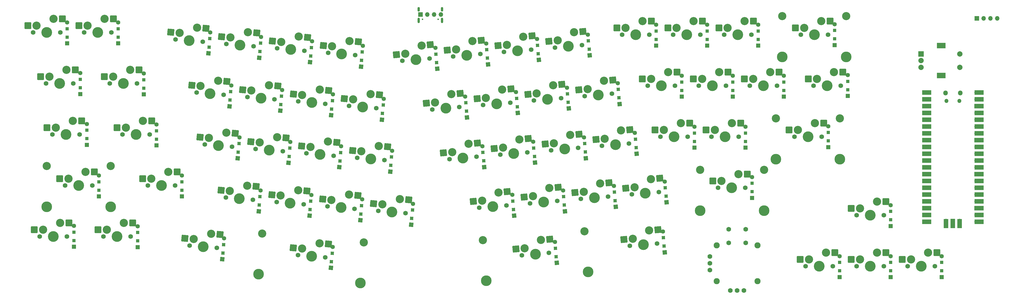
<source format=gbr>
%TF.GenerationSoftware,KiCad,Pcbnew,7.0.6*%
%TF.CreationDate,2023-09-01T00:55:25-07:00*%
%TF.ProjectId,alicida,616c6963-6964-4612-9e6b-696361645f70,rev?*%
%TF.SameCoordinates,Original*%
%TF.FileFunction,Soldermask,Bot*%
%TF.FilePolarity,Negative*%
%FSLAX46Y46*%
G04 Gerber Fmt 4.6, Leading zero omitted, Abs format (unit mm)*
G04 Created by KiCad (PCBNEW 7.0.6) date 2023-09-01 00:55:25*
%MOMM*%
%LPD*%
G01*
G04 APERTURE LIST*
G04 Aperture macros list*
%AMRoundRect*
0 Rectangle with rounded corners*
0 $1 Rounding radius*
0 $2 $3 $4 $5 $6 $7 $8 $9 X,Y pos of 4 corners*
0 Add a 4 corners polygon primitive as box body*
4,1,4,$2,$3,$4,$5,$6,$7,$8,$9,$2,$3,0*
0 Add four circle primitives for the rounded corners*
1,1,$1+$1,$2,$3*
1,1,$1+$1,$4,$5*
1,1,$1+$1,$6,$7*
1,1,$1+$1,$8,$9*
0 Add four rect primitives between the rounded corners*
20,1,$1+$1,$2,$3,$4,$5,0*
20,1,$1+$1,$4,$5,$6,$7,0*
20,1,$1+$1,$6,$7,$8,$9,0*
20,1,$1+$1,$8,$9,$2,$3,0*%
%AMRotRect*
0 Rectangle, with rotation*
0 The origin of the aperture is its center*
0 $1 length*
0 $2 width*
0 $3 Rotation angle, in degrees counterclockwise*
0 Add horizontal line*
21,1,$1,$2,0,0,$3*%
G04 Aperture macros list end*
%ADD10C,3.048000*%
%ADD11C,3.987800*%
%ADD12C,1.750000*%
%ADD13C,3.050000*%
%ADD14C,4.000000*%
%ADD15RoundRect,0.250000X-0.933944X-1.085529X1.108255X-0.906860X0.933944X1.085529X-1.108255X0.906860X0*%
%ADD16RotRect,1.200000X1.200000X275.000000*%
%ADD17RotRect,1.600000X1.600000X275.000000*%
%ADD18C,1.600000*%
%ADD19RoundRect,0.250000X-1.108255X-0.906860X0.933944X-1.085529X1.108255X0.906860X-0.933944X1.085529X0*%
%ADD20RotRect,1.200000X1.200000X265.000000*%
%ADD21RotRect,1.600000X1.600000X265.000000*%
%ADD22RoundRect,0.250000X-1.025000X-1.000000X1.025000X-1.000000X1.025000X1.000000X-1.025000X1.000000X0*%
%ADD23R,1.200000X1.200000*%
%ADD24R,1.600000X1.600000*%
%ADD25R,1.700000X1.700000*%
%ADD26O,1.700000X1.700000*%
%ADD27C,1.778000*%
%ADD28C,2.286000*%
%ADD29C,0.600000*%
%ADD30O,0.900000X2.000000*%
%ADD31O,0.900000X1.700000*%
%ADD32R,2.000000X2.000000*%
%ADD33C,2.000000*%
%ADD34R,3.200000X2.000000*%
%ADD35O,1.800000X1.800000*%
%ADD36O,1.500000X1.500000*%
%ADD37R,3.500000X1.700000*%
%ADD38R,1.700000X3.500000*%
%ADD39RotRect,1.600000X1.600000X95.000000*%
%ADD40RotRect,1.200000X1.200000X95.000000*%
%ADD41RotRect,1.600000X1.600000X85.000000*%
%ADD42RotRect,1.200000X1.200000X85.000000*%
G04 APERTURE END LIST*
D10*
%TO.C,REF\u002A\u002A*%
X125647141Y-189268548D03*
D11*
X124321502Y-204420669D03*
D10*
X163602159Y-192589182D03*
D11*
X162276520Y-207741303D03*
%TD*%
D12*
%TO.C,K_DOT*%
X263613879Y-174683002D03*
D13*
X264657671Y-172041980D03*
D14*
X268674548Y-174240251D03*
D13*
X270762131Y-168958206D03*
D12*
X273735217Y-173797500D03*
D15*
X261395133Y-172327415D03*
D16*
X276397715Y-175316227D03*
D17*
X276600352Y-177632380D03*
D15*
X274051566Y-168670418D03*
D18*
X275920537Y-169862061D03*
D16*
X276123174Y-172178214D03*
%TD*%
D12*
%TO.C,K_I*%
X227082604Y-139633539D03*
D13*
X228126396Y-136992517D03*
D14*
X232143273Y-139190788D03*
D13*
X234230856Y-133908743D03*
D12*
X237203942Y-138748037D03*
D15*
X224863858Y-137277952D03*
D16*
X239866440Y-140266764D03*
D17*
X240069077Y-142582917D03*
D15*
X237520291Y-133620955D03*
D18*
X239389262Y-134812598D03*
D16*
X239591899Y-137128751D03*
%TD*%
D12*
%TO.C,K_S*%
X104223869Y-156014847D03*
D13*
X105710412Y-153595200D03*
D14*
X109284538Y-156457598D03*
D13*
X112257624Y-151618304D03*
D12*
X114345207Y-156900349D03*
D19*
X102447874Y-153309765D03*
D20*
X116703531Y-158858341D03*
D21*
X116500894Y-161174494D03*
D19*
X115547059Y-151906093D03*
D18*
X117180709Y-153404175D03*
D20*
X116978072Y-155720328D03*
%TD*%
D12*
%TO.C,REF\u002A\u002A*%
X222578167Y-197406018D03*
D13*
X223621959Y-194764996D03*
D14*
X227638836Y-196963267D03*
D13*
X229726419Y-191681222D03*
D12*
X232699505Y-196520516D03*
D15*
X220359421Y-195050431D03*
X233015854Y-191393434D03*
%TD*%
D12*
%TO.C,K_`*%
X40145925Y-114223103D03*
D13*
X41415925Y-111683103D03*
D14*
X45225925Y-114223103D03*
D13*
X47765925Y-109143103D03*
D12*
X50305925Y-114223103D03*
D22*
X38140925Y-111683103D03*
D23*
X52825925Y-115968103D03*
D24*
X52825925Y-118293103D03*
D22*
X51067925Y-109143103D03*
D18*
X52825925Y-110493103D03*
D23*
X52825925Y-112818103D03*
%TD*%
D12*
%TO.C,K_CBRAC*%
X288609125Y-134102709D03*
D13*
X289879125Y-131562709D03*
D14*
X293689125Y-134102709D03*
D13*
X296229125Y-129022709D03*
D12*
X298769125Y-134102709D03*
D22*
X286604125Y-131562709D03*
D23*
X301289125Y-135847709D03*
D24*
X301289125Y-138172709D03*
D22*
X299531125Y-129022709D03*
D18*
X301289125Y-130372709D03*
D23*
X301289125Y-132697709D03*
%TD*%
D12*
%TO.C,K_V*%
X150007324Y-179143148D03*
D13*
X151493867Y-176723501D03*
D14*
X155067993Y-179585899D03*
D13*
X158041079Y-174746605D03*
D12*
X160128662Y-180028650D03*
D19*
X148231329Y-176438066D03*
D20*
X162486986Y-181986642D03*
D21*
X162284349Y-184302795D03*
D19*
X161330514Y-175034394D03*
D18*
X162964164Y-176532476D03*
D20*
X162761527Y-178848629D03*
%TD*%
D12*
%TO.C,K_UP*%
X347541625Y-182412709D03*
D13*
X348811625Y-179872709D03*
D14*
X352621625Y-182412709D03*
D13*
X355161625Y-177332709D03*
D12*
X357701625Y-182412709D03*
D22*
X345536625Y-179872709D03*
D23*
X360221625Y-184157709D03*
D24*
X360221625Y-186482709D03*
D22*
X358463625Y-177332709D03*
D18*
X360221625Y-178682709D03*
D23*
X360221625Y-181007709D03*
%TD*%
D12*
%TO.C,K_Z*%
X83008425Y-171373103D03*
D13*
X84278425Y-168833103D03*
D14*
X88088425Y-171373103D03*
D13*
X90628425Y-166293103D03*
D12*
X93168425Y-171373103D03*
D22*
X81003425Y-168833103D03*
D23*
X95688425Y-173118103D03*
D24*
X95688425Y-175443103D03*
D22*
X93930425Y-166293103D03*
D18*
X95688425Y-167643103D03*
D23*
X95688425Y-169968103D03*
%TD*%
D12*
%TO.C,K_H*%
X195532279Y-161516602D03*
D13*
X196576071Y-158875580D03*
D14*
X200592948Y-161073851D03*
D13*
X202680531Y-155791806D03*
D12*
X205653617Y-160631100D03*
D15*
X193313533Y-159161015D03*
D16*
X208316115Y-162149827D03*
D17*
X208518752Y-164465980D03*
D15*
X205969966Y-155504018D03*
D18*
X207838937Y-156695661D03*
D16*
X208041574Y-159011814D03*
%TD*%
D12*
%TO.C,K_9*%
X234911042Y-119825871D03*
D13*
X235954834Y-117184849D03*
D14*
X239971711Y-119383120D03*
D13*
X242059294Y-114101075D03*
D12*
X245032380Y-118940369D03*
D15*
X232692296Y-117470284D03*
D16*
X247694878Y-120459096D03*
D17*
X247897515Y-122775249D03*
D15*
X245348729Y-113813287D03*
D18*
X247217700Y-115004930D03*
D16*
X247420337Y-117321083D03*
%TD*%
D12*
%TO.C,K_DOWN*%
X347541625Y-201462709D03*
D13*
X348811625Y-198922709D03*
D14*
X352621625Y-201462709D03*
D13*
X355161625Y-196382709D03*
D12*
X357701625Y-201462709D03*
D22*
X345536625Y-198922709D03*
D23*
X360221625Y-203207709D03*
D24*
X360221625Y-205532709D03*
D22*
X358463625Y-196382709D03*
D18*
X360221625Y-197732709D03*
D23*
X360221625Y-200057709D03*
%TD*%
D12*
%TO.C,K_L*%
X252464807Y-156535651D03*
D13*
X253508599Y-153894629D03*
D14*
X257525476Y-156092900D03*
D13*
X259613059Y-150810855D03*
D12*
X262586145Y-155650149D03*
D15*
X250246061Y-154180064D03*
D16*
X265248643Y-157168876D03*
D17*
X265451280Y-159485029D03*
D15*
X262902494Y-150523067D03*
D18*
X264771465Y-151714710D03*
D16*
X264974102Y-154030863D03*
%TD*%
D12*
%TO.C,K_Y*%
X189127586Y-142954172D03*
D13*
X190171378Y-140313150D03*
D14*
X194188255Y-142511421D03*
D13*
X196275838Y-137229376D03*
D12*
X199248924Y-142068670D03*
D15*
X186908840Y-140598585D03*
D16*
X201911422Y-143587397D03*
D17*
X202114059Y-145903550D03*
D15*
X199565273Y-136941588D03*
D18*
X201434244Y-138133231D03*
D16*
X201636881Y-140449384D03*
%TD*%
D12*
%TO.C,K_WIN*%
X66359675Y-190423103D03*
D13*
X67629675Y-187883103D03*
D14*
X71439675Y-190423103D03*
D13*
X73979675Y-185343103D03*
D12*
X76519675Y-190423103D03*
D22*
X64354675Y-187883103D03*
X77281675Y-185343103D03*
%TD*%
D12*
%TO.C,K_0*%
X260034125Y-115052709D03*
D13*
X261304125Y-112512709D03*
D14*
X265114125Y-115052709D03*
D13*
X267654125Y-109972709D03*
D12*
X270194125Y-115052709D03*
D22*
X258029125Y-112512709D03*
D23*
X272714125Y-116797709D03*
D24*
X272714125Y-119122709D03*
D22*
X270956125Y-109972709D03*
D18*
X272714125Y-111322709D03*
D23*
X272714125Y-113647709D03*
%TD*%
D10*
%TO.C,REF\u002A\u002A*%
X45187425Y-164083103D03*
D11*
X45187425Y-179293103D03*
D10*
X69063425Y-164083103D03*
D11*
X69063425Y-179293103D03*
%TD*%
D12*
%TO.C,K_LEFT*%
X328491625Y-201462709D03*
D13*
X329761625Y-198922709D03*
D14*
X333571625Y-201462709D03*
D13*
X336111625Y-196382709D03*
D12*
X338651625Y-201462709D03*
D22*
X326486625Y-198922709D03*
D23*
X341171625Y-203207709D03*
D24*
X341171625Y-205532709D03*
D22*
X339413625Y-196382709D03*
D18*
X341171625Y-197732709D03*
D23*
X341171625Y-200057709D03*
%TD*%
D12*
%TO.C,K_1*%
X59195925Y-114223103D03*
D13*
X60465925Y-111683103D03*
D14*
X64275925Y-114223103D03*
D13*
X66815925Y-109143103D03*
D12*
X69355925Y-114223103D03*
D22*
X57190925Y-111683103D03*
D23*
X71875925Y-115968103D03*
D24*
X71875925Y-118293103D03*
D22*
X70117925Y-109143103D03*
D18*
X71875925Y-110493103D03*
D23*
X71875925Y-112818103D03*
%TD*%
D12*
%TO.C,K_F*%
X142178887Y-159335481D03*
D13*
X143665430Y-156915834D03*
D14*
X147239556Y-159778232D03*
D13*
X150212642Y-154938938D03*
D12*
X152300225Y-160220983D03*
D19*
X140402892Y-156630399D03*
D20*
X154658549Y-162178975D03*
D21*
X154455912Y-164495128D03*
D19*
X153502077Y-155226727D03*
D18*
X155135727Y-156724809D03*
D20*
X154933090Y-159040962D03*
%TD*%
D12*
%TO.C,K_D*%
X123201378Y-157675164D03*
D13*
X124687921Y-155255517D03*
D14*
X128262047Y-158117915D03*
D13*
X131235133Y-153278621D03*
D12*
X133322716Y-158560666D03*
D19*
X121425383Y-154970082D03*
D20*
X135681040Y-160518658D03*
D21*
X135478403Y-162834811D03*
D19*
X134524568Y-153566410D03*
D18*
X136158218Y-155064492D03*
D20*
X135955581Y-157380645D03*
%TD*%
D10*
%TO.C,REF\u002A\u002A*%
X317395625Y-146302709D03*
D11*
X317395625Y-161512709D03*
D10*
X341271625Y-146302709D03*
D11*
X341271625Y-161512709D03*
%TD*%
D12*
%TO.C,K_CAPS*%
X47309675Y-152323103D03*
D13*
X48579675Y-149783103D03*
D14*
X52389675Y-152323103D03*
D13*
X54929675Y-147243103D03*
D12*
X57469675Y-152323103D03*
D22*
X45304675Y-149783103D03*
X58231675Y-147243103D03*
%TD*%
D12*
%TO.C,K_G*%
X161156396Y-160995797D03*
D13*
X162642939Y-158576150D03*
D14*
X166217065Y-161438548D03*
D13*
X169190151Y-156599254D03*
D12*
X171277734Y-161881299D03*
D19*
X159380401Y-158290715D03*
D20*
X173636058Y-163839291D03*
D21*
X173433421Y-166155444D03*
D19*
X172479586Y-156887043D03*
D18*
X174113236Y-158385125D03*
D20*
X173910599Y-160701278D03*
%TD*%
D12*
%TO.C,K_U*%
X208105095Y-141293856D03*
D13*
X209148887Y-138652834D03*
D14*
X213165764Y-140851105D03*
D13*
X215253347Y-135569060D03*
D12*
X218226433Y-140408354D03*
D15*
X205886349Y-138938269D03*
D16*
X220888931Y-141927081D03*
D17*
X221091568Y-144243234D03*
D15*
X218542782Y-135281272D03*
D18*
X220411753Y-136472915D03*
D16*
X220614390Y-138789068D03*
%TD*%
D12*
%TO.C,K_A*%
X73483425Y-152323103D03*
D13*
X74753425Y-149783103D03*
D14*
X78563425Y-152323103D03*
D13*
X81103425Y-147243103D03*
D12*
X83643425Y-152323103D03*
D22*
X71478425Y-149783103D03*
D23*
X86163425Y-154068103D03*
D24*
X86163425Y-156393103D03*
D22*
X84405425Y-147243103D03*
D18*
X86163425Y-148593103D03*
D23*
X86163425Y-150918103D03*
%TD*%
D25*
%TO.C,REF\u002A\u002A*%
X184767347Y-107533966D03*
D26*
X187307347Y-107533966D03*
X189847347Y-107533966D03*
X192387347Y-107533966D03*
%TD*%
D12*
%TO.C,K_MINUS*%
X279084125Y-115052709D03*
D13*
X280354125Y-112512709D03*
D14*
X284164125Y-115052709D03*
D13*
X286704125Y-109972709D03*
D12*
X289244125Y-115052709D03*
D22*
X277079125Y-112512709D03*
D23*
X291764125Y-116797709D03*
D24*
X291764125Y-119122709D03*
D22*
X290006125Y-109972709D03*
D18*
X291764125Y-111322709D03*
D23*
X291764125Y-113647709D03*
%TD*%
D12*
%TO.C,REF\u002A\u002A*%
X139039935Y-197336508D03*
D13*
X140526478Y-194916861D03*
D14*
X144100604Y-197779259D03*
D13*
X147073690Y-192939966D03*
D12*
X149161273Y-198222010D03*
D19*
X137263940Y-194631426D03*
X150363125Y-193227754D03*
%TD*%
D27*
%TO.C,REF\u002A\u002A*%
X299796625Y-187682709D03*
X306146625Y-187682709D03*
X299796625Y-192762709D03*
X306146625Y-192762709D03*
X300431625Y-210542709D03*
X302971625Y-210542709D03*
X305511625Y-210542709D03*
D28*
X295351625Y-193715209D03*
X295351625Y-207050209D03*
X310591625Y-207050209D03*
X310591625Y-193715209D03*
D27*
X292811625Y-197842709D03*
X292811625Y-200382709D03*
X292811625Y-202922709D03*
%TD*%
D12*
%TO.C,K_P*%
X269559125Y-134102709D03*
D13*
X270829125Y-131562709D03*
D14*
X274639125Y-134102709D03*
D13*
X277179125Y-129022709D03*
D12*
X279719125Y-134102709D03*
D22*
X267554125Y-131562709D03*
D23*
X282239125Y-135847709D03*
D24*
X282239125Y-138172709D03*
D22*
X280481125Y-129022709D03*
D18*
X282239125Y-130372709D03*
D23*
X282239125Y-132697709D03*
%TD*%
D10*
%TO.C,REF\u002A\u002A*%
X289105625Y-165502709D03*
D11*
X289105625Y-180712709D03*
D10*
X312981625Y-165502709D03*
D11*
X312981625Y-180712709D03*
%TD*%
D10*
%TO.C,REF\u002A\u002A*%
X319743625Y-108107709D03*
D11*
X319743625Y-123317709D03*
D10*
X343619625Y-108107709D03*
D11*
X343619625Y-123317709D03*
%TD*%
D12*
%TO.C,K_SHIFT*%
X52072175Y-171373103D03*
D13*
X53342175Y-168833103D03*
D14*
X57152175Y-171373103D03*
D13*
X59692175Y-166293103D03*
D12*
X62232175Y-171373103D03*
D22*
X50067175Y-168833103D03*
X62994175Y-166293103D03*
%TD*%
D12*
%TO.C,K_ALT1*%
X262921931Y-193866307D03*
D13*
X263965723Y-191225285D03*
D14*
X267982600Y-193423556D03*
D13*
X270070183Y-188141511D03*
D12*
X273043269Y-192980805D03*
D15*
X260703185Y-191510720D03*
X273359618Y-187853723D03*
%TD*%
D12*
%TO.C,K_W*%
X101139809Y-136622259D03*
D13*
X102626352Y-134202612D03*
D14*
X106200478Y-137065010D03*
D13*
X109173564Y-132225716D03*
D12*
X111261147Y-137507761D03*
D19*
X99363814Y-133917177D03*
D20*
X113619471Y-139465753D03*
D21*
X113416834Y-141781906D03*
D19*
X112462999Y-132513505D03*
D18*
X114096649Y-134011587D03*
D20*
X113894012Y-136327740D03*
%TD*%
D12*
%TO.C,K_2*%
X93311371Y-116814592D03*
D13*
X94797914Y-114394945D03*
D14*
X98372040Y-117257343D03*
D13*
X101345126Y-112418049D03*
D12*
X103432709Y-117700094D03*
D19*
X91535376Y-114109510D03*
D20*
X105791033Y-119658086D03*
D21*
X105588396Y-121974239D03*
D19*
X104634561Y-112705838D03*
D18*
X106268211Y-114203920D03*
D20*
X106065574Y-116520073D03*
%TD*%
D12*
%TO.C,K_SHIFT1*%
X295849625Y-172192709D03*
D13*
X297119625Y-169652709D03*
D14*
X300929625Y-172192709D03*
D13*
X303469625Y-167112709D03*
D12*
X306009625Y-172192709D03*
D22*
X293844625Y-169652709D03*
X306771625Y-167112709D03*
%TD*%
D10*
%TO.C,REF\u002A\u002A*%
X207987852Y-191786263D03*
D11*
X209313491Y-206938384D03*
D10*
X245942870Y-188465629D03*
D11*
X247268509Y-203617750D03*
%TD*%
D12*
%TO.C,K_B*%
X168984833Y-180803465D03*
D13*
X170471376Y-178383818D03*
D14*
X174045502Y-181246216D03*
D13*
X177018588Y-176406922D03*
D12*
X179106171Y-181688967D03*
D19*
X167208838Y-178098383D03*
D20*
X181464495Y-183646959D03*
D21*
X181261858Y-185963112D03*
D19*
X180308023Y-176694711D03*
D18*
X181941673Y-178192793D03*
D20*
X181739036Y-180508946D03*
%TD*%
D12*
%TO.C,K_3*%
X112288881Y-118474908D03*
D13*
X113775424Y-116055261D03*
D14*
X117349550Y-118917659D03*
D13*
X120322636Y-114078365D03*
D12*
X122410219Y-119360410D03*
D19*
X110512886Y-115769826D03*
D20*
X124768543Y-121318402D03*
D21*
X124565906Y-123634555D03*
D19*
X123612071Y-114366154D03*
D18*
X125245721Y-115864236D03*
D20*
X125043084Y-118180389D03*
%TD*%
D12*
%TO.C,K_M*%
X225658860Y-178003636D03*
D13*
X226702652Y-175362614D03*
D14*
X230719529Y-177560885D03*
D13*
X232807112Y-172278840D03*
D12*
X235780198Y-177118134D03*
D15*
X223440114Y-175648049D03*
D16*
X238442696Y-178636861D03*
D17*
X238645333Y-180953014D03*
D15*
X236096547Y-171991052D03*
D18*
X237965518Y-173182695D03*
D16*
X238168155Y-175498848D03*
%TD*%
D12*
%TO.C,K_8*%
X215933533Y-121486188D03*
D13*
X216977325Y-118845166D03*
D14*
X220994202Y-121043437D03*
D13*
X223081785Y-115761392D03*
D12*
X226054871Y-120600686D03*
D15*
X213714787Y-119130601D03*
D16*
X228717369Y-122119413D03*
D17*
X228920006Y-124435566D03*
D15*
X226371220Y-115473604D03*
D18*
X228240191Y-116665247D03*
D16*
X228442828Y-118981400D03*
%TD*%
D12*
%TO.C,K_SEMIC*%
X274321625Y-153152709D03*
D13*
X275591625Y-150612709D03*
D14*
X279401625Y-153152709D03*
D13*
X281941625Y-148072709D03*
D12*
X284481625Y-153152709D03*
D22*
X272316625Y-150612709D03*
D23*
X287001625Y-154897709D03*
D24*
X287001625Y-157222709D03*
D22*
X285243625Y-148072709D03*
D18*
X287001625Y-149422709D03*
D23*
X287001625Y-151747709D03*
%TD*%
D29*
%TO.C,REF\u002A\u002A*%
X191309270Y-109265360D03*
X185529270Y-109265360D03*
D30*
X192739270Y-109745360D03*
D31*
X192739270Y-105575360D03*
D30*
X184099270Y-109745360D03*
D31*
X184099270Y-105575360D03*
%TD*%
D12*
%TO.C,K_COMMA*%
X244636370Y-176343319D03*
D13*
X245680162Y-173702297D03*
D14*
X249697039Y-175900568D03*
D13*
X251784622Y-170618523D03*
D12*
X254757708Y-175457817D03*
D15*
X242417624Y-173987732D03*
D16*
X257420206Y-176976544D03*
D17*
X257622843Y-179292697D03*
D15*
X255074057Y-170330735D03*
D18*
X256943028Y-171522378D03*
D16*
X257145665Y-173838531D03*
%TD*%
D12*
%TO.C,K_O*%
X246060113Y-137973222D03*
D13*
X247103905Y-135332200D03*
D14*
X251120782Y-137530471D03*
D13*
X253208365Y-132248426D03*
D12*
X256181451Y-137087720D03*
D15*
X243841367Y-135617635D03*
D16*
X258843949Y-138606447D03*
D17*
X259046586Y-140922600D03*
D15*
X256497800Y-131960638D03*
D18*
X258366771Y-133152281D03*
D16*
X258569408Y-135468434D03*
%TD*%
D12*
%TO.C,K_7*%
X196956023Y-123146505D03*
D13*
X197999815Y-120505483D03*
D14*
X202016692Y-122703754D03*
D13*
X204104275Y-117421709D03*
D12*
X207077361Y-122261003D03*
D15*
X194737277Y-120790918D03*
D16*
X209739859Y-123779730D03*
D17*
X209942496Y-126095883D03*
D15*
X207393710Y-117133921D03*
D18*
X209262681Y-118325564D03*
D16*
X209465318Y-120641717D03*
%TD*%
D25*
%TO.C,REF\u002A\u002A*%
X392443344Y-108936160D03*
D26*
X394983344Y-108936160D03*
X397523344Y-108936160D03*
X400063344Y-108936160D03*
%TD*%
D12*
%TO.C,K_K*%
X233487297Y-158195968D03*
D13*
X234531089Y-155554946D03*
D14*
X238547966Y-157753217D03*
D13*
X240635549Y-152471172D03*
D12*
X243608635Y-157310466D03*
D15*
X231268551Y-155840381D03*
D16*
X246271133Y-158829193D03*
D17*
X246473770Y-161145346D03*
D15*
X243924984Y-152183384D03*
D18*
X245793955Y-153375027D03*
D16*
X245996592Y-155691180D03*
%TD*%
D12*
%TO.C,K_E*%
X120117317Y-138282575D03*
D13*
X121603860Y-135862928D03*
D14*
X125177986Y-138725326D03*
D13*
X128151072Y-133886032D03*
D12*
X130238655Y-139168077D03*
D19*
X118341322Y-135577493D03*
D20*
X132596979Y-141126069D03*
D21*
X132394342Y-143442222D03*
D19*
X131440507Y-134173821D03*
D18*
X133074157Y-135671903D03*
D20*
X132871520Y-137988056D03*
%TD*%
D12*
%TO.C,K_BACKSPACE*%
X326729125Y-115052709D03*
D13*
X327999125Y-112512709D03*
D14*
X331809125Y-115052709D03*
D13*
X334349125Y-109972709D03*
D12*
X336889125Y-115052709D03*
D22*
X324724125Y-112512709D03*
X337651125Y-109972709D03*
%TD*%
D12*
%TO.C,K_BSLSH*%
X331491625Y-134102709D03*
D13*
X332761625Y-131562709D03*
D14*
X336571625Y-134102709D03*
D13*
X339111625Y-129022709D03*
D12*
X341651625Y-134102709D03*
D22*
X329486625Y-131562709D03*
X342413625Y-129022709D03*
%TD*%
D12*
%TO.C,K_OBRAC*%
X307659125Y-134102709D03*
D13*
X308929125Y-131562709D03*
D14*
X312739125Y-134102709D03*
D13*
X315279125Y-129022709D03*
D12*
X317819125Y-134102709D03*
D22*
X305654125Y-131562709D03*
D23*
X320339125Y-135847709D03*
D24*
X320339125Y-138172709D03*
D22*
X318581125Y-129022709D03*
D18*
X320339125Y-130372709D03*
D23*
X320339125Y-132697709D03*
%TD*%
D12*
%TO.C,K_J*%
X214509789Y-159856284D03*
D13*
X215553581Y-157215262D03*
D14*
X219570458Y-159413533D03*
D13*
X221658041Y-154131488D03*
D12*
X224631127Y-158970782D03*
D15*
X212291043Y-157500697D03*
D16*
X227293625Y-160489509D03*
D17*
X227496262Y-162805662D03*
D15*
X224947476Y-153843700D03*
D18*
X226816447Y-155035343D03*
D16*
X227019084Y-157351496D03*
%TD*%
D12*
%TO.C,K_5*%
X150243899Y-121795542D03*
D13*
X151730442Y-119375895D03*
D14*
X155304568Y-122238293D03*
D13*
X158277654Y-117398999D03*
D12*
X160365237Y-122681044D03*
D19*
X148467904Y-119090460D03*
D20*
X162723561Y-124639036D03*
D21*
X162520924Y-126955189D03*
D19*
X161567089Y-117686788D03*
D18*
X163200739Y-119184870D03*
D20*
X162998102Y-121501023D03*
%TD*%
D12*
%TO.C,K_R*%
X139094826Y-139942892D03*
D13*
X140581369Y-137523245D03*
D14*
X144155495Y-140385643D03*
D13*
X147128581Y-135546349D03*
D12*
X149216164Y-140828394D03*
D19*
X137318831Y-137237810D03*
D20*
X151574488Y-142786386D03*
D21*
X151371851Y-145102539D03*
D19*
X150418016Y-135834138D03*
D18*
X152051666Y-137332220D03*
D20*
X151849029Y-139648373D03*
%TD*%
D12*
%TO.C,K_CTRL*%
X42547175Y-190423103D03*
D13*
X43817175Y-187883103D03*
D14*
X47627175Y-190423103D03*
D13*
X50167175Y-185343103D03*
D12*
X52707175Y-190423103D03*
D22*
X40542175Y-187883103D03*
X53469175Y-185343103D03*
%TD*%
D12*
%TO.C,K_QUOTE*%
X293371625Y-153152709D03*
D13*
X294641625Y-150612709D03*
D14*
X298451625Y-153152709D03*
D13*
X300991625Y-148072709D03*
D12*
X303531625Y-153152709D03*
D22*
X291366625Y-150612709D03*
D23*
X306051625Y-154897709D03*
D24*
X306051625Y-157222709D03*
D22*
X304293625Y-148072709D03*
D18*
X306051625Y-149422709D03*
D23*
X306051625Y-151747709D03*
%TD*%
D12*
%TO.C,K_6*%
X177978514Y-124806822D03*
D13*
X179022306Y-122165800D03*
D14*
X183039183Y-124364071D03*
D13*
X185126766Y-119082026D03*
D12*
X188099852Y-123921320D03*
D15*
X175759768Y-122451235D03*
D16*
X190762350Y-125440047D03*
D17*
X190964987Y-127756200D03*
D15*
X188416201Y-118794238D03*
D18*
X190285172Y-119985881D03*
D16*
X190487809Y-122302034D03*
%TD*%
D12*
%TO.C,K_N*%
X206681351Y-179663952D03*
D13*
X207725143Y-177022930D03*
D14*
X211742020Y-179221201D03*
D13*
X213829603Y-173939156D03*
D12*
X216802689Y-178778450D03*
D15*
X204462605Y-177308365D03*
D16*
X219465187Y-180297177D03*
D17*
X219667824Y-182613330D03*
D15*
X217119038Y-173651368D03*
D18*
X218988009Y-174843011D03*
D16*
X219190646Y-177159164D03*
%TD*%
D12*
%TO.C,K_X*%
X112052307Y-175822514D03*
D13*
X113538850Y-173402867D03*
D14*
X117112976Y-176265265D03*
D13*
X120086062Y-171425971D03*
D12*
X122173645Y-176708016D03*
D19*
X110276312Y-173117432D03*
D20*
X124531969Y-178666008D03*
D21*
X124329332Y-180982161D03*
D19*
X123375497Y-171713760D03*
D18*
X125009147Y-173211842D03*
D20*
X124806510Y-175527995D03*
%TD*%
D12*
%TO.C,K_EQUAL*%
X298134125Y-115052709D03*
D13*
X299404125Y-112512709D03*
D14*
X303214125Y-115052709D03*
D13*
X305754125Y-109972709D03*
D12*
X308294125Y-115052709D03*
D22*
X296129125Y-112512709D03*
D23*
X310814125Y-116797709D03*
D24*
X310814125Y-119122709D03*
D22*
X309056125Y-109972709D03*
D18*
X310814125Y-111322709D03*
D23*
X310814125Y-113647709D03*
%TD*%
D12*
%TO.C,K_ENTER*%
X324347875Y-153152709D03*
D13*
X325617875Y-150612709D03*
D14*
X329427875Y-153152709D03*
D13*
X331967875Y-148072709D03*
D12*
X334507875Y-153152709D03*
D22*
X322342875Y-150612709D03*
X335269875Y-148072709D03*
%TD*%
D32*
%TO.C,REF\u002A\u002A*%
X371600533Y-122207056D03*
D33*
X371600533Y-127207056D03*
X371600533Y-124707056D03*
D34*
X379100533Y-119107056D03*
X379100533Y-130307056D03*
D33*
X386100533Y-127207056D03*
X386100533Y-122207056D03*
%TD*%
D12*
%TO.C,K_C*%
X131029816Y-177482831D03*
D13*
X132516359Y-175063184D03*
D14*
X136090485Y-177925582D03*
D13*
X139063571Y-173086288D03*
D12*
X141151154Y-178368333D03*
D19*
X129253821Y-174777749D03*
D20*
X143509478Y-180326325D03*
D21*
X143306841Y-182642478D03*
D19*
X142353006Y-173374077D03*
D18*
X143986656Y-174872159D03*
D20*
X143784019Y-177188312D03*
%TD*%
D12*
%TO.C,K_RIGHT*%
X366591625Y-201462709D03*
D13*
X367861625Y-198922709D03*
D14*
X371671625Y-201462709D03*
D13*
X374211625Y-196382709D03*
D12*
X376751625Y-201462709D03*
D22*
X364586625Y-198922709D03*
D23*
X379271625Y-203207709D03*
D24*
X379271625Y-205532709D03*
D22*
X377513625Y-196382709D03*
D18*
X379271625Y-197732709D03*
D23*
X379271625Y-200057709D03*
%TD*%
D12*
%TO.C,K_Q*%
X68720925Y-133273103D03*
D13*
X69990925Y-130733103D03*
D14*
X73800925Y-133273103D03*
D13*
X76340925Y-128193103D03*
D12*
X78880925Y-133273103D03*
D22*
X66715925Y-130733103D03*
D23*
X81400925Y-135018103D03*
D24*
X81400925Y-137343103D03*
D22*
X79642925Y-128193103D03*
D18*
X81400925Y-129543103D03*
D23*
X81400925Y-131868103D03*
%TD*%
D12*
%TO.C,K_T*%
X158072336Y-141603209D03*
D13*
X159558879Y-139183562D03*
D14*
X163133005Y-142045960D03*
D13*
X166106091Y-137206666D03*
D12*
X168193674Y-142488711D03*
D19*
X156296341Y-138898127D03*
D20*
X170551998Y-144446703D03*
D21*
X170349361Y-146762856D03*
D19*
X169395526Y-137494455D03*
D18*
X171029176Y-138992537D03*
D20*
X170826539Y-141308690D03*
%TD*%
D12*
%TO.C,K_ALT*%
X98550971Y-193764067D03*
D13*
X100037514Y-191344420D03*
D14*
X103611640Y-194206818D03*
D13*
X106584726Y-189367525D03*
D12*
X108672309Y-194649569D03*
D19*
X96774976Y-191058985D03*
X109874161Y-189655313D03*
%TD*%
D12*
%TO.C,K_TAB*%
X44928425Y-133273103D03*
D13*
X46198425Y-130733103D03*
D14*
X50008425Y-133273103D03*
D13*
X52548425Y-128193103D03*
D12*
X55088425Y-133273103D03*
D22*
X42923425Y-130733103D03*
X55850425Y-128193103D03*
%TD*%
D12*
%TO.C,K_4*%
X131266390Y-120135225D03*
D13*
X132752933Y-117715578D03*
D14*
X136327059Y-120577976D03*
D13*
X139300145Y-115738682D03*
D12*
X141387728Y-121020727D03*
D19*
X129490395Y-117430143D03*
D20*
X143746052Y-122978719D03*
D21*
X143543415Y-125294872D03*
D19*
X142589580Y-116026471D03*
D18*
X144223230Y-117524553D03*
D20*
X144020593Y-119840706D03*
%TD*%
D24*
%TO.C,REF\u002A\u002A*%
X55389907Y-194228312D03*
D23*
X55389907Y-191903312D03*
X55389907Y-188753312D03*
D18*
X55389907Y-186428312D03*
%TD*%
D24*
%TO.C,REF\u002A\u002A*%
X336971862Y-157018376D03*
D23*
X336971862Y-154693376D03*
X336971862Y-151543376D03*
D18*
X336971862Y-149218376D03*
%TD*%
D35*
%TO.C,REF\u002A\u002A*%
X386209586Y-136766081D03*
D36*
X385909586Y-139796081D03*
X381059586Y-139796081D03*
D35*
X380759586Y-136766081D03*
D26*
X392374586Y-136636081D03*
D37*
X393274586Y-136636081D03*
D26*
X392374586Y-139176081D03*
D37*
X393274586Y-139176081D03*
D25*
X392374586Y-141716081D03*
D37*
X393274586Y-141716081D03*
D26*
X392374586Y-144256081D03*
D37*
X393274586Y-144256081D03*
D26*
X392374586Y-146796081D03*
D37*
X393274586Y-146796081D03*
D26*
X392374586Y-149336081D03*
D37*
X393274586Y-149336081D03*
D26*
X392374586Y-151876081D03*
D37*
X393274586Y-151876081D03*
D25*
X392374586Y-154416081D03*
D37*
X393274586Y-154416081D03*
D26*
X392374586Y-156956081D03*
D37*
X393274586Y-156956081D03*
D26*
X392374586Y-159496081D03*
D37*
X393274586Y-159496081D03*
D26*
X392374586Y-162036081D03*
D37*
X393274586Y-162036081D03*
D26*
X392374586Y-164576081D03*
D37*
X393274586Y-164576081D03*
D25*
X392374586Y-167116081D03*
D37*
X393274586Y-167116081D03*
D26*
X392374586Y-169656081D03*
D37*
X393274586Y-169656081D03*
D26*
X392374586Y-172196081D03*
D37*
X393274586Y-172196081D03*
D26*
X392374586Y-174736081D03*
D37*
X393274586Y-174736081D03*
D26*
X392374586Y-177276081D03*
D37*
X393274586Y-177276081D03*
D25*
X392374586Y-179816081D03*
D37*
X393274586Y-179816081D03*
D26*
X392374586Y-182356081D03*
D37*
X393274586Y-182356081D03*
D26*
X392374586Y-184896081D03*
D37*
X393274586Y-184896081D03*
D26*
X374594586Y-184896081D03*
D37*
X373694586Y-184896081D03*
D26*
X374594586Y-182356081D03*
D37*
X373694586Y-182356081D03*
D25*
X374594586Y-179816081D03*
D37*
X373694586Y-179816081D03*
D26*
X374594586Y-177276081D03*
D37*
X373694586Y-177276081D03*
D26*
X374594586Y-174736081D03*
D37*
X373694586Y-174736081D03*
D26*
X374594586Y-172196081D03*
D37*
X373694586Y-172196081D03*
D26*
X374594586Y-169656081D03*
D37*
X373694586Y-169656081D03*
D25*
X374594586Y-167116081D03*
D37*
X373694586Y-167116081D03*
D26*
X374594586Y-164576081D03*
D37*
X373694586Y-164576081D03*
D26*
X374594586Y-162036081D03*
D37*
X373694586Y-162036081D03*
D26*
X374594586Y-159496081D03*
D37*
X373694586Y-159496081D03*
D26*
X374594586Y-156956081D03*
D37*
X373694586Y-156956081D03*
D25*
X374594586Y-154416081D03*
D37*
X373694586Y-154416081D03*
D26*
X374594586Y-151876081D03*
D37*
X373694586Y-151876081D03*
D26*
X374594586Y-149336081D03*
D37*
X373694586Y-149336081D03*
D26*
X374594586Y-146796081D03*
D37*
X373694586Y-146796081D03*
D26*
X374594586Y-144256081D03*
D37*
X373694586Y-144256081D03*
D25*
X374594586Y-141716081D03*
D37*
X373694586Y-141716081D03*
D26*
X374594586Y-139176081D03*
D37*
X373694586Y-139176081D03*
D26*
X374594586Y-136636081D03*
D37*
X373694586Y-136636081D03*
D26*
X386024586Y-184666081D03*
D38*
X386024586Y-185566081D03*
D25*
X383484586Y-184666081D03*
D38*
X383484586Y-185566081D03*
D26*
X380944586Y-184666081D03*
D38*
X380944586Y-185566081D03*
%TD*%
D24*
%TO.C,REF\u002A\u002A*%
X344279441Y-137939383D03*
D23*
X344279441Y-135614383D03*
X344279441Y-132464383D03*
D18*
X344279441Y-130139383D03*
%TD*%
D24*
%TO.C,REF\u002A\u002A*%
X57765201Y-137186245D03*
D23*
X57765201Y-134861245D03*
X57765201Y-131711245D03*
D18*
X57765201Y-129386245D03*
%TD*%
D24*
%TO.C,REF\u002A\u002A*%
X308530006Y-175981964D03*
D23*
X308530006Y-173656964D03*
X308530006Y-170506964D03*
D18*
X308530006Y-168181964D03*
%TD*%
D24*
%TO.C,REF\u002A\u002A*%
X60159656Y-156180666D03*
D23*
X60159656Y-153855666D03*
X60159656Y-150705666D03*
D18*
X60159656Y-148380666D03*
%TD*%
D39*
%TO.C,REF\u002A\u002A*%
X235608996Y-200233095D03*
D40*
X235406359Y-197916942D03*
X235131819Y-194778929D03*
D18*
X234929182Y-192462776D03*
%TD*%
D24*
%TO.C,REF\u002A\u002A*%
X79175880Y-194355170D03*
D23*
X79175880Y-192030170D03*
X79175880Y-188880170D03*
D18*
X79175880Y-186555170D03*
%TD*%
D24*
%TO.C,REF\u002A\u002A*%
X64697617Y-175431183D03*
D23*
X64697617Y-173106183D03*
X64697617Y-169956183D03*
D18*
X64697617Y-167631183D03*
%TD*%
D24*
%TO.C,REF\u002A\u002A*%
X339366058Y-118927342D03*
D23*
X339366058Y-116602342D03*
X339366058Y-113452342D03*
D18*
X339366058Y-111127342D03*
%TD*%
D41*
%TO.C,REF\u002A\u002A*%
X151282550Y-202074476D03*
D42*
X151485187Y-199758323D03*
X151759728Y-196620310D03*
D18*
X151962365Y-194304157D03*
%TD*%
D41*
%TO.C,REF\u002A\u002A*%
X110760767Y-198854267D03*
D42*
X110963404Y-196538114D03*
X111237945Y-193400101D03*
D18*
X111440582Y-191083948D03*
%TD*%
D39*
%TO.C,REF\u002A\u002A*%
X275889386Y-196280841D03*
D40*
X275686749Y-193964688D03*
X275412209Y-190826675D03*
D18*
X275209572Y-188510522D03*
%TD*%
M02*

</source>
